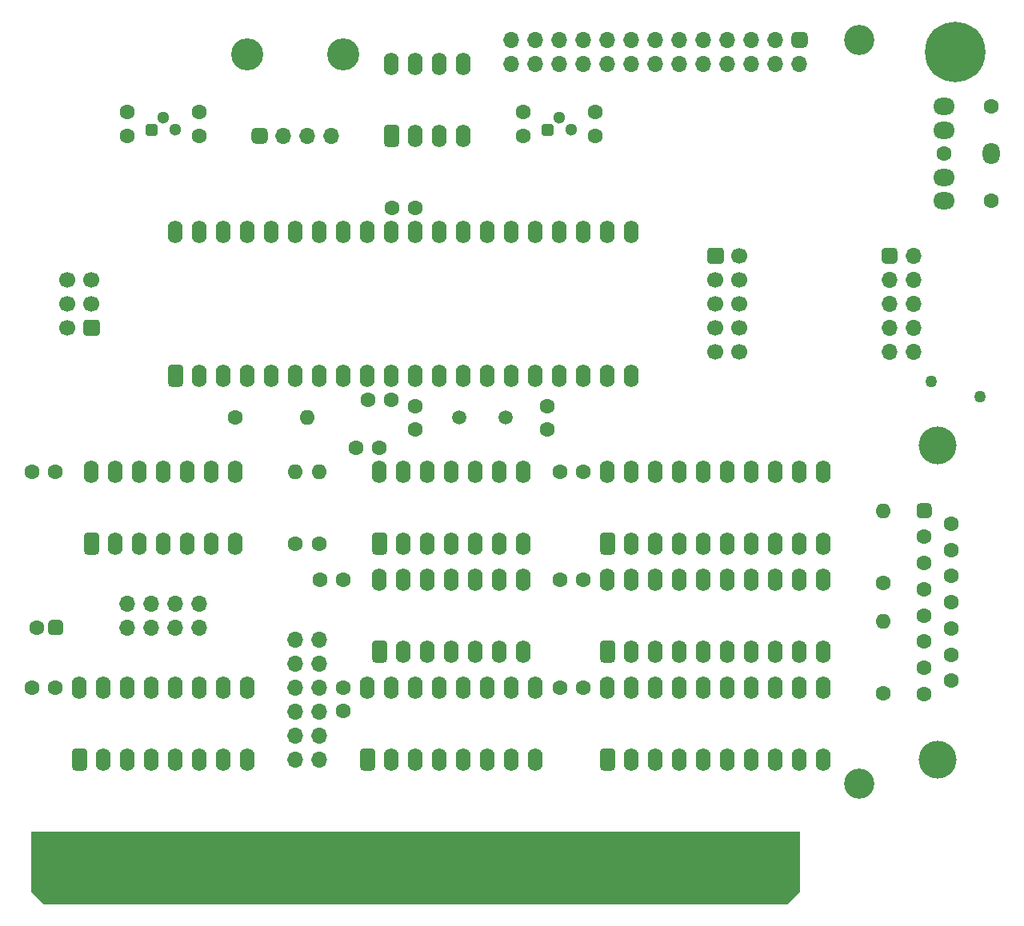
<source format=gbr>
%TF.GenerationSoftware,KiCad,Pcbnew,(5.1.10)-1*%
%TF.CreationDate,2022-04-16T02:30:58-07:00*%
%TF.ProjectId,hardmpu-wt,68617264-6d70-4752-9d77-742e6b696361,rev?*%
%TF.SameCoordinates,PX525bfc0PY8670810*%
%TF.FileFunction,Soldermask,Bot*%
%TF.FilePolarity,Negative*%
%FSLAX46Y46*%
G04 Gerber Fmt 4.6, Leading zero omitted, Abs format (unit mm)*
G04 Created by KiCad (PCBNEW (5.1.10)-1) date 2022-04-16 02:30:58*
%MOMM*%
%LPD*%
G01*
G04 APERTURE LIST*
%ADD10C,0.100000*%
%ADD11C,1.600000*%
%ADD12C,3.400000*%
%ADD13O,1.700000X1.700000*%
%ADD14C,6.400000*%
%ADD15C,3.200000*%
%ADD16C,1.300000*%
%ADD17O,1.600000X2.400000*%
%ADD18O,2.300000X1.800000*%
%ADD19O,1.800000X2.300000*%
%ADD20R,1.780000X7.620000*%
%ADD21O,1.600000X1.600000*%
%ADD22C,4.000000*%
%ADD23C,1.270000*%
%ADD24C,1.500000*%
%ADD25C,1.700000*%
G04 APERTURE END LIST*
D10*
G36*
X81280000Y-6350000D02*
G01*
X80010000Y-7620000D01*
X1270000Y-7620000D01*
X0Y-6350000D01*
X0Y0D01*
X81280000Y0D01*
X81280000Y-6350000D01*
G37*
X81280000Y-6350000D02*
X80010000Y-7620000D01*
X1270000Y-7620000D01*
X0Y-6350000D01*
X0Y0D01*
X81280000Y0D01*
X81280000Y-6350000D01*
D11*
%TO.C,C14*%
X59690000Y76160000D03*
X59690000Y73660000D03*
%TD*%
%TO.C,C13*%
X10160000Y76160000D03*
X10160000Y73660000D03*
%TD*%
D12*
%TO.C,J7*%
X33020000Y82296000D03*
X22860000Y82296000D03*
D13*
X31750000Y73660000D03*
X29210000Y73660000D03*
X26670000Y73660000D03*
G36*
G01*
X24555000Y72810000D02*
X23705000Y72810000D01*
G75*
G02*
X23280000Y73235000I0J425000D01*
G01*
X23280000Y74085000D01*
G75*
G02*
X23705000Y74510000I425000J0D01*
G01*
X24555000Y74510000D01*
G75*
G02*
X24980000Y74085000I0J-425000D01*
G01*
X24980000Y73235000D01*
G75*
G02*
X24555000Y72810000I-425000J0D01*
G01*
G37*
%TD*%
D14*
%TO.C,H3*%
X97790000Y82550000D03*
%TD*%
D15*
%TO.C,H2*%
X87630000Y5080000D03*
%TD*%
%TO.C,H1*%
X87630000Y83820000D03*
%TD*%
D16*
%TO.C,U11*%
X55880000Y75565000D03*
X57150000Y74295000D03*
G36*
G01*
X53960000Y73970000D02*
X53960000Y74620000D01*
G75*
G02*
X54285000Y74945000I325000J0D01*
G01*
X54935000Y74945000D01*
G75*
G02*
X55260000Y74620000I0J-325000D01*
G01*
X55260000Y73970000D01*
G75*
G02*
X54935000Y73645000I-325000J0D01*
G01*
X54285000Y73645000D01*
G75*
G02*
X53960000Y73970000I0J325000D01*
G01*
G37*
%TD*%
D17*
%TO.C,U12*%
X38100000Y81280000D03*
X45720000Y73660000D03*
X40640000Y81280000D03*
X43180000Y73660000D03*
X43180000Y81280000D03*
X40640000Y73660000D03*
X45720000Y81280000D03*
G36*
G01*
X38500000Y72460000D02*
X37700000Y72460000D01*
G75*
G02*
X37300000Y72860000I0J400000D01*
G01*
X37300000Y74460000D01*
G75*
G02*
X37700000Y74860000I400000J0D01*
G01*
X38500000Y74860000D01*
G75*
G02*
X38900000Y74460000I0J-400000D01*
G01*
X38900000Y72860000D01*
G75*
G02*
X38500000Y72460000I-400000J0D01*
G01*
G37*
%TD*%
D16*
%TO.C,U10*%
X13970000Y75565000D03*
X15240000Y74295000D03*
G36*
G01*
X12050000Y73970000D02*
X12050000Y74620000D01*
G75*
G02*
X12375000Y74945000I325000J0D01*
G01*
X13025000Y74945000D01*
G75*
G02*
X13350000Y74620000I0J-325000D01*
G01*
X13350000Y73970000D01*
G75*
G02*
X13025000Y73645000I-325000J0D01*
G01*
X12375000Y73645000D01*
G75*
G02*
X12050000Y73970000I0J325000D01*
G01*
G37*
%TD*%
D11*
%TO.C,C16*%
X52070000Y73660000D03*
X52070000Y76160000D03*
%TD*%
%TO.C,C15*%
X17780000Y73660000D03*
X17780000Y76160000D03*
%TD*%
%TO.C,J3*%
X101600000Y66755000D03*
X101600000Y76755000D03*
X96600000Y71755000D03*
D18*
X96600000Y69255000D03*
X96600000Y74255000D03*
X96600000Y66755000D03*
X96600000Y76755000D03*
D19*
X101600000Y71755000D03*
%TD*%
D13*
%TO.C,J6*%
X50800000Y81280000D03*
X50800000Y83820000D03*
X53340000Y81280000D03*
X53340000Y83820000D03*
X55880000Y81280000D03*
X55880000Y83820000D03*
X58420000Y81280000D03*
X58420000Y83820000D03*
X60960000Y81280000D03*
X60960000Y83820000D03*
X63500000Y81280000D03*
X63500000Y83820000D03*
X66040000Y81280000D03*
X66040000Y83820000D03*
X68580000Y81280000D03*
X68580000Y83820000D03*
X71120000Y81280000D03*
X71120000Y83820000D03*
X73660000Y81280000D03*
X73660000Y83820000D03*
X76200000Y81280000D03*
X76200000Y83820000D03*
X78740000Y81280000D03*
X78740000Y83820000D03*
X81280000Y81280000D03*
G36*
G01*
X80855000Y84670000D02*
X81705000Y84670000D01*
G75*
G02*
X82130000Y84245000I0J-425000D01*
G01*
X82130000Y83395000D01*
G75*
G02*
X81705000Y82970000I-425000J0D01*
G01*
X80855000Y82970000D01*
G75*
G02*
X80430000Y83395000I0J425000D01*
G01*
X80430000Y84245000D01*
G75*
G02*
X80855000Y84670000I425000J0D01*
G01*
G37*
%TD*%
D17*
%TO.C,U3*%
X36830000Y26670000D03*
X52070000Y19050000D03*
X39370000Y26670000D03*
X49530000Y19050000D03*
X41910000Y26670000D03*
X46990000Y19050000D03*
X44450000Y26670000D03*
X44450000Y19050000D03*
X46990000Y26670000D03*
X41910000Y19050000D03*
X49530000Y26670000D03*
X39370000Y19050000D03*
X52070000Y26670000D03*
G36*
G01*
X37230000Y17850000D02*
X36430000Y17850000D01*
G75*
G02*
X36030000Y18250000I0J400000D01*
G01*
X36030000Y19850000D01*
G75*
G02*
X36430000Y20250000I400000J0D01*
G01*
X37230000Y20250000D01*
G75*
G02*
X37630000Y19850000I0J-400000D01*
G01*
X37630000Y18250000D01*
G75*
G02*
X37230000Y17850000I-400000J0D01*
G01*
G37*
%TD*%
%TO.C,U8*%
X36830000Y38100000D03*
X52070000Y30480000D03*
X39370000Y38100000D03*
X49530000Y30480000D03*
X41910000Y38100000D03*
X46990000Y30480000D03*
X44450000Y38100000D03*
X44450000Y30480000D03*
X46990000Y38100000D03*
X41910000Y30480000D03*
X49530000Y38100000D03*
X39370000Y30480000D03*
X52070000Y38100000D03*
G36*
G01*
X37230000Y29280000D02*
X36430000Y29280000D01*
G75*
G02*
X36030000Y29680000I0J400000D01*
G01*
X36030000Y31280000D01*
G75*
G02*
X36430000Y31680000I400000J0D01*
G01*
X37230000Y31680000D01*
G75*
G02*
X37630000Y31280000I0J-400000D01*
G01*
X37630000Y29680000D01*
G75*
G02*
X37230000Y29280000I-400000J0D01*
G01*
G37*
%TD*%
D20*
%TO.C,J8*%
X78740000Y-3810000D03*
X76200000Y-3810000D03*
X73660000Y-3810000D03*
X71120000Y-3810000D03*
X68580000Y-3810000D03*
X66040000Y-3810000D03*
X63500000Y-3810000D03*
X60960000Y-3810000D03*
X58420000Y-3810000D03*
X55880000Y-3810000D03*
X53340000Y-3810000D03*
X50800000Y-3810000D03*
X48260000Y-3810000D03*
X45720000Y-3810000D03*
X43180000Y-3810000D03*
X40640000Y-3810000D03*
X38100000Y-3810000D03*
X35560000Y-3810000D03*
X33020000Y-3810000D03*
X30480000Y-3810000D03*
X27940000Y-3810000D03*
X25400000Y-3810000D03*
X22860000Y-3810000D03*
X20320000Y-3810000D03*
X17780000Y-3810000D03*
X15240000Y-3810000D03*
X12700000Y-3810000D03*
X10160000Y-3810000D03*
X7620000Y-3810000D03*
X5080000Y-3810000D03*
X2540000Y-3810000D03*
%TD*%
D17*
%TO.C,U1*%
X35560000Y15240000D03*
X53340000Y7620000D03*
X38100000Y15240000D03*
X50800000Y7620000D03*
X40640000Y15240000D03*
X48260000Y7620000D03*
X43180000Y15240000D03*
X45720000Y7620000D03*
X45720000Y15240000D03*
X43180000Y7620000D03*
X48260000Y15240000D03*
X40640000Y7620000D03*
X50800000Y15240000D03*
X38100000Y7620000D03*
X53340000Y15240000D03*
G36*
G01*
X35960000Y6420000D02*
X35160000Y6420000D01*
G75*
G02*
X34760000Y6820000I0J400000D01*
G01*
X34760000Y8420000D01*
G75*
G02*
X35160000Y8820000I400000J0D01*
G01*
X35960000Y8820000D01*
G75*
G02*
X36360000Y8420000I0J-400000D01*
G01*
X36360000Y6820000D01*
G75*
G02*
X35960000Y6420000I-400000J0D01*
G01*
G37*
%TD*%
D11*
%TO.C,C17*%
X540000Y21590000D03*
G36*
G01*
X3340000Y21990000D02*
X3340000Y21190000D01*
G75*
G02*
X2940000Y20790000I-400000J0D01*
G01*
X2140000Y20790000D01*
G75*
G02*
X1740000Y21190000I0J400000D01*
G01*
X1740000Y21990000D01*
G75*
G02*
X2140000Y22390000I400000J0D01*
G01*
X2940000Y22390000D01*
G75*
G02*
X3340000Y21990000I0J-400000D01*
G01*
G37*
%TD*%
D13*
%TO.C,JP2*%
X30480000Y7620000D03*
X27940000Y7620000D03*
X30480000Y10160000D03*
X27940000Y10160000D03*
X30480000Y12700000D03*
X27940000Y12700000D03*
X30480000Y15240000D03*
X27940000Y15240000D03*
X30480000Y17780000D03*
X27940000Y17780000D03*
X30480000Y20320000D03*
X27940000Y20320000D03*
%TD*%
D11*
%TO.C,C10*%
X38140000Y66040000D03*
X40640000Y66040000D03*
%TD*%
%TO.C,C8*%
X34330000Y40640000D03*
X36830000Y40640000D03*
%TD*%
%TO.C,C7*%
X40000Y38100000D03*
X2540000Y38100000D03*
%TD*%
%TO.C,C6*%
X58420000Y38100000D03*
X55920000Y38100000D03*
%TD*%
%TO.C,C5*%
X55920000Y26670000D03*
X58420000Y26670000D03*
%TD*%
%TO.C,C4*%
X55920000Y15240000D03*
X58420000Y15240000D03*
%TD*%
%TO.C,C3*%
X30520000Y26670000D03*
X33020000Y26670000D03*
%TD*%
%TO.C,C2*%
X2540000Y15240000D03*
X40000Y15240000D03*
%TD*%
%TO.C,C1*%
X33020000Y15240000D03*
X33020000Y12740000D03*
%TD*%
D21*
%TO.C,R5*%
X90170000Y22225000D03*
D11*
X90170000Y14605000D03*
%TD*%
D21*
%TO.C,R4*%
X90170000Y33972500D03*
D11*
X90170000Y26352500D03*
%TD*%
%TO.C,J1*%
G36*
G01*
X94865000Y33165000D02*
X94065000Y33165000D01*
G75*
G02*
X93665000Y33565000I0J400000D01*
G01*
X93665000Y34365000D01*
G75*
G02*
X94065000Y34765000I400000J0D01*
G01*
X94865000Y34765000D01*
G75*
G02*
X95265000Y34365000I0J-400000D01*
G01*
X95265000Y33565000D01*
G75*
G02*
X94865000Y33165000I-400000J0D01*
G01*
G37*
X94465000Y31195000D03*
X94465000Y28425000D03*
X94465000Y25655000D03*
X94465000Y22885000D03*
X94465000Y20115000D03*
X94465000Y17345000D03*
X94465000Y14575000D03*
X97305000Y32580000D03*
X97305000Y29810000D03*
X97305000Y27040000D03*
X97305000Y24270000D03*
X97305000Y21500000D03*
X97305000Y18730000D03*
X97305000Y15960000D03*
D22*
X95885000Y7620000D03*
X95885000Y40920000D03*
%TD*%
D23*
%TO.C,F1*%
X95250000Y47625000D03*
X100350000Y46025000D03*
%TD*%
D17*
%TO.C,U7*%
X6350000Y38100000D03*
X21590000Y30480000D03*
X8890000Y38100000D03*
X19050000Y30480000D03*
X11430000Y38100000D03*
X16510000Y30480000D03*
X13970000Y38100000D03*
X13970000Y30480000D03*
X16510000Y38100000D03*
X11430000Y30480000D03*
X19050000Y38100000D03*
X8890000Y30480000D03*
X21590000Y38100000D03*
G36*
G01*
X6750000Y29280000D02*
X5950000Y29280000D01*
G75*
G02*
X5550000Y29680000I0J400000D01*
G01*
X5550000Y31280000D01*
G75*
G02*
X5950000Y31680000I400000J0D01*
G01*
X6750000Y31680000D01*
G75*
G02*
X7150000Y31280000I0J-400000D01*
G01*
X7150000Y29680000D01*
G75*
G02*
X6750000Y29280000I-400000J0D01*
G01*
G37*
%TD*%
%TO.C,U6*%
G36*
G01*
X61360000Y29280000D02*
X60560000Y29280000D01*
G75*
G02*
X60160000Y29680000I0J400000D01*
G01*
X60160000Y31280000D01*
G75*
G02*
X60560000Y31680000I400000J0D01*
G01*
X61360000Y31680000D01*
G75*
G02*
X61760000Y31280000I0J-400000D01*
G01*
X61760000Y29680000D01*
G75*
G02*
X61360000Y29280000I-400000J0D01*
G01*
G37*
X83820000Y38100000D03*
X63500000Y30480000D03*
X81280000Y38100000D03*
X66040000Y30480000D03*
X78740000Y38100000D03*
X68580000Y30480000D03*
X76200000Y38100000D03*
X71120000Y30480000D03*
X73660000Y38100000D03*
X73660000Y30480000D03*
X71120000Y38100000D03*
X76200000Y30480000D03*
X68580000Y38100000D03*
X78740000Y30480000D03*
X66040000Y38100000D03*
X81280000Y30480000D03*
X63500000Y38100000D03*
X83820000Y30480000D03*
X60960000Y38100000D03*
%TD*%
%TO.C,U5*%
G36*
G01*
X61360000Y17850000D02*
X60560000Y17850000D01*
G75*
G02*
X60160000Y18250000I0J400000D01*
G01*
X60160000Y19850000D01*
G75*
G02*
X60560000Y20250000I400000J0D01*
G01*
X61360000Y20250000D01*
G75*
G02*
X61760000Y19850000I0J-400000D01*
G01*
X61760000Y18250000D01*
G75*
G02*
X61360000Y17850000I-400000J0D01*
G01*
G37*
X83820000Y26670000D03*
X63500000Y19050000D03*
X81280000Y26670000D03*
X66040000Y19050000D03*
X78740000Y26670000D03*
X68580000Y19050000D03*
X76200000Y26670000D03*
X71120000Y19050000D03*
X73660000Y26670000D03*
X73660000Y19050000D03*
X71120000Y26670000D03*
X76200000Y19050000D03*
X68580000Y26670000D03*
X78740000Y19050000D03*
X66040000Y26670000D03*
X81280000Y19050000D03*
X63500000Y26670000D03*
X83820000Y19050000D03*
X60960000Y26670000D03*
%TD*%
%TO.C,U4*%
G36*
G01*
X61360000Y6420000D02*
X60560000Y6420000D01*
G75*
G02*
X60160000Y6820000I0J400000D01*
G01*
X60160000Y8420000D01*
G75*
G02*
X60560000Y8820000I400000J0D01*
G01*
X61360000Y8820000D01*
G75*
G02*
X61760000Y8420000I0J-400000D01*
G01*
X61760000Y6820000D01*
G75*
G02*
X61360000Y6420000I-400000J0D01*
G01*
G37*
X83820000Y15240000D03*
X63500000Y7620000D03*
X81280000Y15240000D03*
X66040000Y7620000D03*
X78740000Y15240000D03*
X68580000Y7620000D03*
X76200000Y15240000D03*
X71120000Y7620000D03*
X73660000Y15240000D03*
X73660000Y7620000D03*
X71120000Y15240000D03*
X76200000Y7620000D03*
X68580000Y15240000D03*
X78740000Y7620000D03*
X66040000Y15240000D03*
X81280000Y7620000D03*
X63500000Y15240000D03*
X83820000Y7620000D03*
X60960000Y15240000D03*
%TD*%
%TO.C,U2*%
X5080000Y15240000D03*
X22860000Y7620000D03*
X7620000Y15240000D03*
X20320000Y7620000D03*
X10160000Y15240000D03*
X17780000Y7620000D03*
X12700000Y15240000D03*
X15240000Y7620000D03*
X15240000Y15240000D03*
X12700000Y7620000D03*
X17780000Y15240000D03*
X10160000Y7620000D03*
X20320000Y15240000D03*
X7620000Y7620000D03*
X22860000Y15240000D03*
G36*
G01*
X5480000Y6420000D02*
X4680000Y6420000D01*
G75*
G02*
X4280000Y6820000I0J400000D01*
G01*
X4280000Y8420000D01*
G75*
G02*
X4680000Y8820000I400000J0D01*
G01*
X5480000Y8820000D01*
G75*
G02*
X5880000Y8420000I0J-400000D01*
G01*
X5880000Y6820000D01*
G75*
G02*
X5480000Y6420000I-400000J0D01*
G01*
G37*
%TD*%
D13*
%TO.C,JP1*%
X17780000Y24130000D03*
X17780000Y21590000D03*
X15240000Y24130000D03*
X15240000Y21590000D03*
X12700000Y24130000D03*
X12700000Y21590000D03*
X10160000Y24130000D03*
X10160000Y21590000D03*
%TD*%
D24*
%TO.C,Y1*%
X45285000Y43815000D03*
X50165000Y43815000D03*
%TD*%
D17*
%TO.C,U9*%
X15240000Y63500000D03*
X63500000Y48260000D03*
X17780000Y63500000D03*
X60960000Y48260000D03*
X20320000Y63500000D03*
X58420000Y48260000D03*
X22860000Y63500000D03*
X55880000Y48260000D03*
X25400000Y63500000D03*
X53340000Y48260000D03*
X27940000Y63500000D03*
X50800000Y48260000D03*
X30480000Y63500000D03*
X48260000Y48260000D03*
X33020000Y63500000D03*
X45720000Y48260000D03*
X35560000Y63500000D03*
X43180000Y48260000D03*
X38100000Y63500000D03*
X40640000Y48260000D03*
X40640000Y63500000D03*
X38100000Y48260000D03*
X43180000Y63500000D03*
X35560000Y48260000D03*
X45720000Y63500000D03*
X33020000Y48260000D03*
X48260000Y63500000D03*
X30480000Y48260000D03*
X50800000Y63500000D03*
X27940000Y48260000D03*
X53340000Y63500000D03*
X25400000Y48260000D03*
X55880000Y63500000D03*
X22860000Y48260000D03*
X58420000Y63500000D03*
X20320000Y48260000D03*
X60960000Y63500000D03*
X17780000Y48260000D03*
X63500000Y63500000D03*
G36*
G01*
X15640000Y47060000D02*
X14840000Y47060000D01*
G75*
G02*
X14440000Y47460000I0J400000D01*
G01*
X14440000Y49060000D01*
G75*
G02*
X14840000Y49460000I400000J0D01*
G01*
X15640000Y49460000D01*
G75*
G02*
X16040000Y49060000I0J-400000D01*
G01*
X16040000Y47460000D01*
G75*
G02*
X15640000Y47060000I-400000J0D01*
G01*
G37*
%TD*%
D21*
%TO.C,R3*%
X30480000Y38100000D03*
D11*
X30480000Y30480000D03*
%TD*%
D21*
%TO.C,R2*%
X27940000Y38100000D03*
D11*
X27940000Y30480000D03*
%TD*%
D21*
%TO.C,R1*%
X29210000Y43815000D03*
D11*
X21590000Y43815000D03*
%TD*%
D13*
%TO.C,J2*%
X93345000Y50800000D03*
X90805000Y50800000D03*
X93345000Y53340000D03*
X90805000Y53340000D03*
X93345000Y55880000D03*
X90805000Y55880000D03*
X93345000Y58420000D03*
X90805000Y58420000D03*
X93345000Y60960000D03*
G36*
G01*
X89955000Y60535000D02*
X89955000Y61385000D01*
G75*
G02*
X90380000Y61810000I425000J0D01*
G01*
X91230000Y61810000D01*
G75*
G02*
X91655000Y61385000I0J-425000D01*
G01*
X91655000Y60535000D01*
G75*
G02*
X91230000Y60110000I-425000J0D01*
G01*
X90380000Y60110000D01*
G75*
G02*
X89955000Y60535000I0J425000D01*
G01*
G37*
%TD*%
D25*
%TO.C,J5*%
X74930000Y50800000D03*
X74930000Y53340000D03*
X74930000Y55880000D03*
X74930000Y58420000D03*
X74930000Y60960000D03*
X72390000Y50800000D03*
X72390000Y53340000D03*
X72390000Y55880000D03*
X72390000Y58420000D03*
G36*
G01*
X71540000Y60360000D02*
X71540000Y61560000D01*
G75*
G02*
X71790000Y61810000I250000J0D01*
G01*
X72990000Y61810000D01*
G75*
G02*
X73240000Y61560000I0J-250000D01*
G01*
X73240000Y60360000D01*
G75*
G02*
X72990000Y60110000I-250000J0D01*
G01*
X71790000Y60110000D01*
G75*
G02*
X71540000Y60360000I0J250000D01*
G01*
G37*
%TD*%
%TO.C,J4*%
X3810000Y58420000D03*
X3810000Y55880000D03*
X3810000Y53340000D03*
X6350000Y58420000D03*
X6350000Y55880000D03*
G36*
G01*
X7200000Y53940000D02*
X7200000Y52740000D01*
G75*
G02*
X6950000Y52490000I-250000J0D01*
G01*
X5750000Y52490000D01*
G75*
G02*
X5500000Y52740000I0J250000D01*
G01*
X5500000Y53940000D01*
G75*
G02*
X5750000Y54190000I250000J0D01*
G01*
X6950000Y54190000D01*
G75*
G02*
X7200000Y53940000I0J-250000D01*
G01*
G37*
%TD*%
D11*
%TO.C,C9*%
X35600000Y45720000D03*
X38100000Y45720000D03*
%TD*%
%TO.C,C12*%
X40640000Y45045000D03*
X40640000Y42545000D03*
%TD*%
%TO.C,C11*%
X54610000Y45045000D03*
X54610000Y42545000D03*
%TD*%
M02*

</source>
